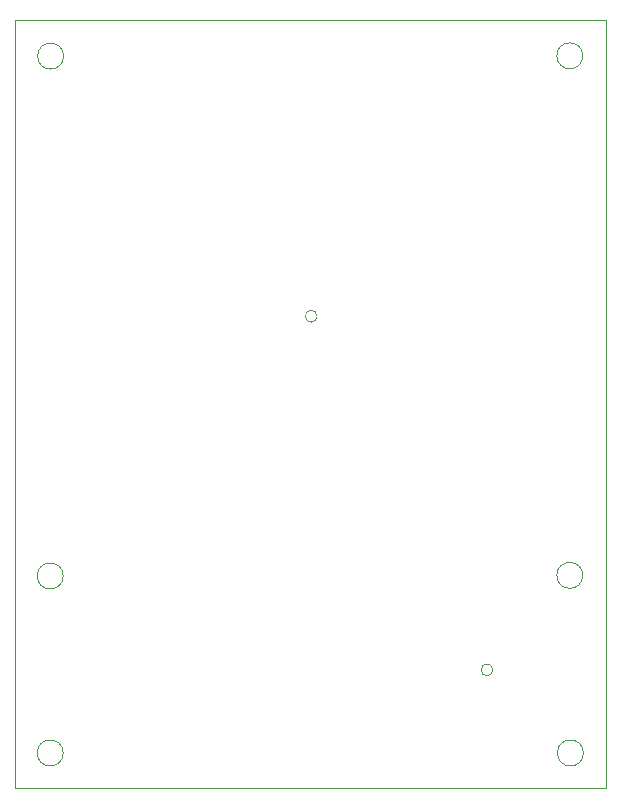
<source format=gbr>
%TF.GenerationSoftware,KiCad,Pcbnew,(6.0.7)*%
%TF.CreationDate,2022-08-18T01:15:56+09:00*%
%TF.ProjectId,monitor_control_board,6d6f6e69-746f-4725-9f63-6f6e74726f6c,rev?*%
%TF.SameCoordinates,Original*%
%TF.FileFunction,Profile,NP*%
%FSLAX46Y46*%
G04 Gerber Fmt 4.6, Leading zero omitted, Abs format (unit mm)*
G04 Created by KiCad (PCBNEW (6.0.7)) date 2022-08-18 01:15:56*
%MOMM*%
%LPD*%
G01*
G04 APERTURE LIST*
%TA.AperFunction,Profile*%
%ADD10C,0.100000*%
%TD*%
G04 APERTURE END LIST*
D10*
X132772572Y-119754228D02*
G75*
G03*
X132772572Y-119754228I-1098972J0D01*
G01*
X132804744Y-60756800D02*
G75*
G03*
X132804744Y-60756800I-1098972J0D01*
G01*
X132772572Y-104768228D02*
G75*
G03*
X132772572Y-104768228I-1098972J0D01*
G01*
X176765372Y-104717428D02*
G75*
G03*
X176765372Y-104717428I-1098972J0D01*
G01*
X154271600Y-82778600D02*
G75*
G03*
X154271600Y-82778600I-500000J0D01*
G01*
X176765372Y-60724628D02*
G75*
G03*
X176765372Y-60724628I-1098972J0D01*
G01*
X128727200Y-57658000D02*
X178714400Y-57658000D01*
X178714400Y-57658000D02*
X178714400Y-122732800D01*
X178714400Y-122732800D02*
X128727200Y-122732800D01*
X128727200Y-122732800D02*
X128727200Y-57658000D01*
X169156000Y-112725200D02*
G75*
G03*
X169156000Y-112725200I-500000J0D01*
G01*
X176816172Y-119754228D02*
G75*
G03*
X176816172Y-119754228I-1098972J0D01*
G01*
M02*

</source>
